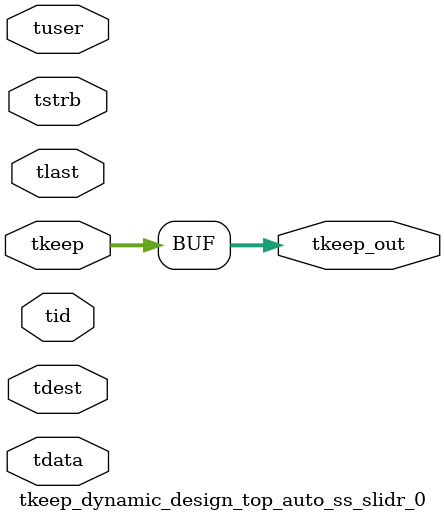
<source format=v>


`timescale 1ps/1ps

module tkeep_dynamic_design_top_auto_ss_slidr_0 #
(
parameter C_S_AXIS_TDATA_WIDTH = 32,
parameter C_S_AXIS_TUSER_WIDTH = 0,
parameter C_S_AXIS_TID_WIDTH   = 0,
parameter C_S_AXIS_TDEST_WIDTH = 0,
parameter C_M_AXIS_TDATA_WIDTH = 32
)
(
input  [(C_S_AXIS_TDATA_WIDTH == 0 ? 1 : C_S_AXIS_TDATA_WIDTH)-1:0     ] tdata,
input  [(C_S_AXIS_TUSER_WIDTH == 0 ? 1 : C_S_AXIS_TUSER_WIDTH)-1:0     ] tuser,
input  [(C_S_AXIS_TID_WIDTH   == 0 ? 1 : C_S_AXIS_TID_WIDTH)-1:0       ] tid,
input  [(C_S_AXIS_TDEST_WIDTH == 0 ? 1 : C_S_AXIS_TDEST_WIDTH)-1:0     ] tdest,
input  [(C_S_AXIS_TDATA_WIDTH/8)-1:0 ] tkeep,
input  [(C_S_AXIS_TDATA_WIDTH/8)-1:0 ] tstrb,
input                                                                    tlast,
output [(C_M_AXIS_TDATA_WIDTH/8)-1:0 ] tkeep_out
);

assign tkeep_out = {tkeep[63:0]};

endmodule


</source>
